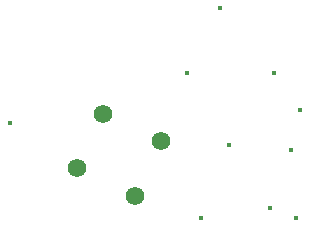
<source format=gbr>
%TF.GenerationSoftware,KiCad,Pcbnew,(7.0.0)*%
%TF.CreationDate,2023-03-21T21:00:03-07:00*%
%TF.ProjectId,Ladder LEDs v1,4c616464-6572-4204-9c45-44732076312e,rev?*%
%TF.SameCoordinates,Original*%
%TF.FileFunction,Plated,1,2,PTH,Drill*%
%TF.FilePolarity,Positive*%
%FSLAX46Y46*%
G04 Gerber Fmt 4.6, Leading zero omitted, Abs format (unit mm)*
G04 Created by KiCad (PCBNEW (7.0.0)) date 2023-03-21 21:00:03*
%MOMM*%
%LPD*%
G01*
G04 APERTURE LIST*
%TA.AperFunction,ViaDrill*%
%ADD10C,0.400000*%
%TD*%
%TA.AperFunction,ComponentDrill*%
%ADD11C,1.570000*%
%TD*%
G04 APERTURE END LIST*
D10*
X128200000Y-102200000D03*
X143200000Y-98000000D03*
X144400000Y-110300000D03*
X146000000Y-92500000D03*
X146800000Y-104100000D03*
X150200000Y-109400000D03*
X150600000Y-98000000D03*
X152000000Y-104500000D03*
X152450000Y-110300000D03*
X152800000Y-101100000D03*
D11*
%TO.C,J3*%
X133914254Y-106051125D03*
X136109861Y-101447940D03*
X138788215Y-108375885D03*
X140983821Y-103772700D03*
M02*

</source>
